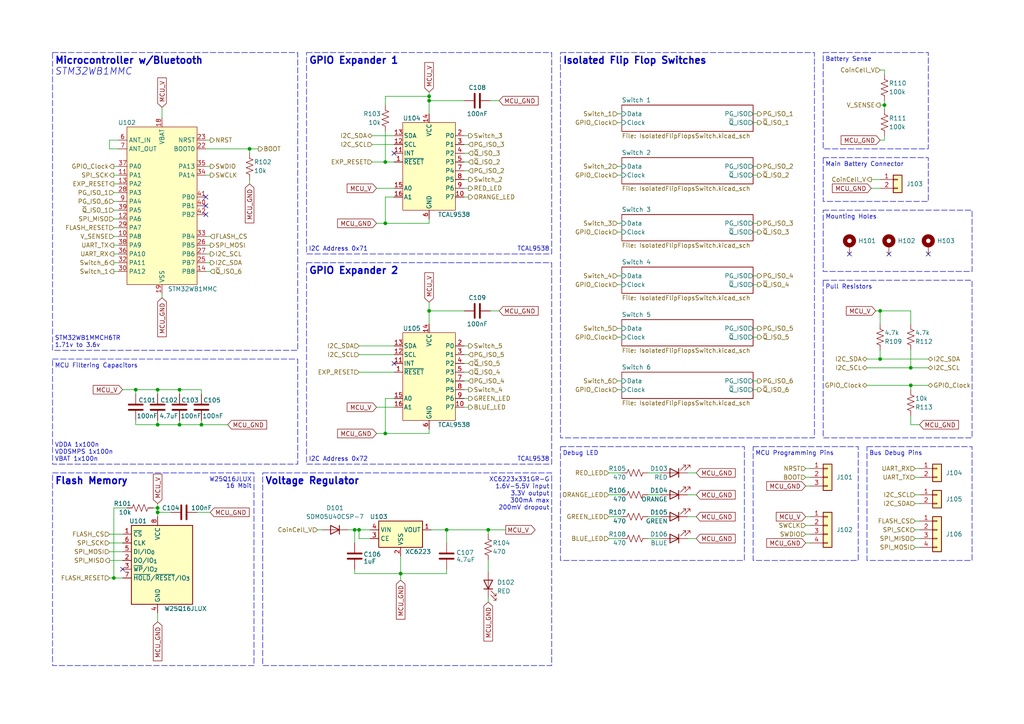
<source format=kicad_sch>
(kicad_sch (version 20250114) (generator "eeschema") (generator_version "9.0")
  (paper "A4")
  (title_block (title "BAGEL Switch MK1") (date "2025-12-02") (rev "A") (company "Illinois Space Society") (comment 3 "Thomas McManamen, Chethan Karandikar") (comment 4 "Contributors: Lucas Lessard, Pranav Bala, Peter Karlos, Charlie Plater, Kevin Zhao, "))
  (lib_symbols
    (symbol "Connector_Generic:Conn_01x02" (pin_names (offset 1.016) (hide yes))
      (property "Reference" "J" (at 0 2.54 0))
      (property "Value" "Conn_01x02" (at 0 -5.08 0))
      (symbol "Conn_01x02_1_1"
        (pin passive line (at -5.08 0 0) (length 3.81) (name "Pin_1") (number "1"))
        (pin passive line (at -5.08 -2.54 0) (length 3.81) (name "Pin_2") (number "2"))
      )
    )
    (symbol "Connector_Generic:Conn_01x03" (pin_names (offset 1.016) (hide yes))
      (property "Reference" "J" (at 0 5.08 0))
      (property "Value" "Conn_01x03" (at 0 -5.08 0))
      (symbol "Conn_01x03_1_1"
        (pin passive line (at -5.08 2.54 0) (length 3.81) (name "Pin_1") (number "1"))
        (pin passive line (at -5.08 0 0) (length 3.81) (name "Pin_2") (number "2"))
        (pin passive line (at -5.08 -2.54 0) (length 3.81) (name "Pin_3") (number "3"))
      )
    )
    (symbol "Connector_Generic:Conn_01x04" (pin_names (offset 1.016) (hide yes))
      (property "Reference" "J" (at 0 5.08 0))
      (property "Value" "Conn_01x04" (at 0 -7.62 0))
      (symbol "Conn_01x04_1_1"
        (pin passive line (at -5.08 2.54 0) (length 3.81) (name "Pin_1") (number "1"))
        (pin passive line (at -5.08 0 0) (length 3.81) (name "Pin_2") (number "2"))
        (pin passive line (at -5.08 -2.54 0) (length 3.81) (name "Pin_3") (number "3"))
        (pin passive line (at -5.08 -5.08 0) (length 3.81) (name "Pin_4") (number "4"))
      )
    )
    (symbol "Device:C" (pin_numbers (hide yes)) (pin_names (offset 0.254))
      (property "Reference" "C" (at 0.635 2.54 0))
      (property "Value" "C" (at 0.635 -2.54 0))
      (symbol "C_1_1"
        (pin passive line (at 0 3.81 270) (length 2.794) (name "~") (number "1"))
        (pin passive line (at 0 -3.81 90) (length 2.794) (name "~") (number "2"))
      )
    )
    (symbol "Device:LED" (pin_numbers (hide yes)) (pin_names (offset 1.016) (hide yes))
      (property "Reference" "D" (at 0 2.54 0))
      (property "Value" "LED" (at 0 -2.54 0))
      (symbol "LED_1_1"
        (pin passive line (at -3.81 0 0) (length 2.54) (name "K") (number "1"))
        (pin passive line (at 3.81 0 180) (length 2.54) (name "A") (number "2"))
      )
    )
    (symbol "Device:R_US" (pin_numbers (hide yes)) (pin_names (offset 0))
      (property "Reference" "R" (at 2.54 0 90))
      (property "Value" "R_US" (at -2.54 0 90))
      (symbol "R_US_1_1"
        (pin passive line (at 0 3.81 270) (length 1.27) (name "~") (number "1"))
        (pin passive line (at 0 -3.81 90) (length 1.27) (name "~") (number "2"))
      )
    )
    (symbol "Diode:1N4148WT" (pin_numbers (hide yes)) (pin_names (hide yes))
      (property "Reference" "D" (at 0 2.54 0))
      (property "Value" "1N4148WT" (at 0 -2.54 0))
      (symbol "1N4148WT_1_1"
        (pin passive line (at -3.81 0 0) (length 2.54) (name "K") (number "1"))
        (pin passive line (at 3.81 0 180) (length 2.54) (name "A") (number "2"))
      )
    )
    (symbol "Interface_Expander_Texas:TCAL9538" (pin_names (offset 0.254))
      (property "Reference" "U" (at -7.62 13.97 0))
      (property "Value" "TCAL9538" (at 7.62 -13.97 0))
      (symbol "TCAL9538_0_1"
        (pin bidirectional line (at -10.16 8.89 0) (length 2.54) (name "SDA") (number "13"))
        (pin input line (at -10.16 6.35 0) (length 2.54) (name "SCL") (number "12"))
        (pin output line (at -10.16 3.81 0) (length 2.54) (name "INT") (number "11"))
        (pin input line (at -10.16 -6.35 0) (length 2.54) (name "A0") (number "15"))
        (pin input line (at -10.16 -8.89 0) (length 2.54) (name "A1") (number "16"))
        (pin power_in line (at 0 15.24 270) (length 2.54) (name "VCC") (number "14"))
        (pin power_out line (at 0 -15.24 90) (length 2.54) (name "GND") (number "6"))
        (pin bidirectional line (at 10.16 6.35 180) (length 2.54) (name "P1") (number "3"))
        (pin bidirectional line (at 10.16 3.81 180) (length 2.54) (name "P2") (number "4"))
        (pin bidirectional line (at 10.16 1.27 180) (length 2.54) (name "P3") (number "5"))
        (pin bidirectional line (at 10.16 -1.27 180) (length 2.54) (name "P4") (number "7"))
        (pin bidirectional line (at 10.16 -3.81 180) (length 2.54) (name "P5") (number "8"))
        (pin bidirectional line (at 10.16 -6.35 180) (length 2.54) (name "P6") (number "9"))
        (pin bidirectional line (at 10.16 -8.89 180) (length 2.54) (name "P7") (number "10"))
      )
      (symbol "TCAL9538_1_1"
        (pin input line (at -10.16 1.27 0) (length 2.54) (name "~{RESET}") (number "1"))
        (pin bidirectional line (at 10.16 8.89 180) (length 2.54) (name "P0") (number "2"))
      )
    )
    (symbol "MCU_STM32:STM32WB1MMC"
      (property "Reference" "U" (at -10.16 24.13 0))
      (property "Value" "STM32WB1MMC" (at 8.89 -24.13 0))
      (symbol "STM32WB1MMC_0_1"
        (pin output line (at -12.7 16.51 0) (length 2.54) (name "ANT_OUT") (number "7"))
        (pin bidirectional line (at -12.7 11.43 0) (length 2.54) (name "PA0") (number "37"))
        (pin bidirectional line (at -12.7 8.89 0) (length 2.54) (name "PA1") (number "11"))
        (pin bidirectional line (at -12.7 6.35 0) (length 2.54) (name "PA2") (number "13"))
        (pin bidirectional line (at -12.7 3.81 0) (length 2.54) (name "PA3") (number "28"))
        (pin bidirectional line (at -12.7 1.27 0) (length 2.54) (name "PA4") (number "9"))
        (pin bidirectional line (at -12.7 -1.27 0) (length 2.54) (name "PA5") (number "39"))
        (pin bidirectional line (at -12.7 -3.81 0) (length 2.54) (name "PA6") (number "12"))
        (pin bidirectional line (at -12.7 -6.35 0) (length 2.54) (name "PA7") (number "29"))
        (pin bidirectional line (at -12.7 -8.89 0) (length 2.54) (name "PA8") (number "10"))
        (pin bidirectional line (at -12.7 -11.43 0) (length 2.54) (name "PA9") (number "38"))
        (pin bidirectional line (at -12.7 -13.97 0) (length 2.54) (name "PA10") (number "36"))
        (pin bidirectional line (at -12.7 -16.51 0) (length 2.54) (name "PA11") (number "32"))
        (pin bidirectional line (at -12.7 -19.05 0) (length 2.54) (name "PA12") (number "30"))
        (pin passive line (at 0 25.4 270) (length 2.54) (hide yes) (name "VDDA") (number "16"))
        (pin power_in line (at 0 25.4 270) (length 2.54) (name "VBAT") (number "18"))
        (pin passive line (at 0 25.4 270) (length 2.54) (hide yes) (name "VDDSMPS") (number "20"))
        (pin passive line (at 0 -25.4 90) (length 2.54) (hide yes) (name "VSS") (number "1"))
        (pin passive line (at 0 -25.4 90) (length 2.54) (hide yes) (name "VSS") (number "15"))
        (pin passive line (at 0 -25.4 90) (length 2.54) (hide yes) (name "VSS") (number "17"))
        (pin power_in line (at 0 -25.4 90) (length 2.54) (name "VSS") (number "19"))
        (pin passive line (at 0 -25.4 90) (length 2.54) (hide yes) (name "VSS") (number "2"))
        (pin passive line (at 0 -25.4 90) (length 2.54) (hide yes) (name "VSSSMPS") (number "21"))
        (pin passive line (at 0 -25.4 90) (length 2.54) (hide yes) (name "VSS") (number "24"))
        (pin passive line (at 0 -25.4 90) (length 2.54) (hide yes) (name "VSS") (number "3"))
        (pin passive line (at 0 -25.4 90) (length 2.54) (hide yes) (name "VSS") (number "31"))
        (pin passive line (at 0 -25.4 90) (length 2.54) (hide yes) (name "VSS") (number "4"))
        (pin passive line (at 0 -25.4 90) (length 2.54) (hide yes) (name "VSS") (number "43"))
        (pin passive line (at 0 -25.4 90) (length 2.54) (hide yes) (name "VSS") (number "44"))
        (pin passive line (at 0 -25.4 90) (length 2.54) (hide yes) (name "VSS") (number "45"))
        (pin passive line (at 0 -25.4 90) (length 2.54) (hide yes) (name "VSS") (number "46"))
        (pin passive line (at 0 -25.4 90) (length 2.54) (hide yes) (name "VSS") (number "47"))
        (pin passive line (at 0 -25.4 90) (length 2.54) (hide yes) (name "VSS") (number "48"))
        (pin passive line (at 0 -25.4 90) (length 2.54) (hide yes) (name "VSS") (number "49"))
        (pin passive line (at 0 -25.4 90) (length 2.54) (hide yes) (name "VSSRF") (number "5"))
        (pin passive line (at 0 -25.4 90) (length 2.54) (hide yes) (name "VSS") (number "50"))
        (pin passive line (at 0 -25.4 90) (length 2.54) (hide yes) (name "VSS") (number "51"))
        (pin passive line (at 0 -25.4 90) (length 2.54) (hide yes) (name "VSS") (number "52"))
        (pin passive line (at 0 -25.4 90) (length 2.54) (hide yes) (name "VSS") (number "53"))
        (pin passive line (at 0 -25.4 90) (length 2.54) (hide yes) (name "VSS") (number "54"))
        (pin passive line (at 0 -25.4 90) (length 2.54) (hide yes) (name "VSS") (number "55"))
        (pin passive line (at 0 -25.4 90) (length 2.54) (hide yes) (name "VSS") (number "56"))
        (pin passive line (at 0 -25.4 90) (length 2.54) (hide yes) (name "VSS") (number "57"))
        (pin passive line (at 0 -25.4 90) (length 2.54) (hide yes) (name "VSS") (number "58"))
        (pin passive line (at 0 -25.4 90) (length 2.54) (hide yes) (name "VSS") (number "59"))
        (pin passive line (at 0 -25.4 90) (length 2.54) (hide yes) (name "VSS") (number "60"))
        (pin passive line (at 0 -25.4 90) (length 2.54) (hide yes) (name "VSS") (number "61"))
        (pin passive line (at 0 -25.4 90) (length 2.54) (hide yes) (name "VSS") (number "62"))
        (pin passive line (at 0 -25.4 90) (length 2.54) (hide yes) (name "VSS") (number "63"))
        (pin passive line (at 0 -25.4 90) (length 2.54) (hide yes) (name "VSS") (number "64"))
        (pin passive line (at 0 -25.4 90) (length 2.54) (hide yes) (name "VSS") (number "65"))
        (pin passive line (at 0 -25.4 90) (length 2.54) (hide yes) (name "VSS") (number "66"))
        (pin passive line (at 0 -25.4 90) (length 2.54) (hide yes) (name "VSS") (number "67"))
        (pin passive line (at 0 -25.4 90) (length 2.54) (hide yes) (name "VSS") (number "68"))
        (pin passive line (at 0 -25.4 90) (length 2.54) (hide yes) (name "VSS") (number "69"))
        (pin passive line (at 0 -25.4 90) (length 2.54) (hide yes) (name "VSS") (number "70"))
        (pin passive line (at 0 -25.4 90) (length 2.54) (hide yes) (name "VSS") (number "71"))
        (pin passive line (at 0 -25.4 90) (length 2.54) (hide yes) (name "VSS") (number "72"))
        (pin passive line (at 0 -25.4 90) (length 2.54) (hide yes) (name "VSS") (number "73"))
        (pin passive line (at 0 -25.4 90) (length 2.54) (hide yes) (name "VSS") (number "74"))
        (pin passive line (at 0 -25.4 90) (length 2.54) (hide yes) (name "VSS") (number "75"))
        (pin passive line (at 0 -25.4 90) (length 2.54) (hide yes) (name "VSS") (number "76"))
        (pin passive line (at 0 -25.4 90) (length 2.54) (hide yes) (name "VSS") (number "77"))
        (pin passive line (at 0 -25.4 90) (length 2.54) (hide yes) (name "VSSRF") (number "8"))
        (pin bidirectional line (at 12.7 19.05 180) (length 2.54) (name "NRST") (number "23"))
        (pin input line (at 12.7 16.51 180) (length 2.54) (name "BOOT0") (number "22"))
        (pin bidirectional line (at 12.7 11.43 180) (length 2.54) (name "PA13") (number "35"))
        (pin bidirectional line (at 12.7 8.89 180) (length 2.54) (name "PA14") (number "34"))
        (pin bidirectional line (at 12.7 2.54 180) (length 2.54) (name "PB0") (number "41"))
        (pin bidirectional line (at 12.7 0 180) (length 2.54) (name "PB1") (number "40"))
        (pin bidirectional line (at 12.7 -2.54 180) (length 2.54) (name "PB2") (number "42"))
        (pin bidirectional line (at 12.7 -8.89 180) (length 2.54) (name "PB4") (number "33"))
        (pin bidirectional line (at 12.7 -11.43 180) (length 2.54) (name "PB5") (number "26"))
        (pin bidirectional line (at 12.7 -13.97 180) (length 2.54) (name "PB6") (number "27"))
        (pin bidirectional line (at 12.7 -16.51 180) (length 2.54) (name "PB7") (number "25"))
        (pin bidirectional line (at 12.7 -19.05 180) (length 2.54) (name "PB8") (number "14"))
      )
      (symbol "STM32WB1MMC_1_1"
        (pin input line (at -12.7 19.05 0) (length 2.54) (name "ANT_IN") (number "6"))
      )
    )
    (symbol "Mechanical:MountingHole_Pad" (pin_numbers (hide yes)) (pin_names (offset 1.016) (hide yes)) (in_bom no)
      (property "Reference" "H" (at 0 6.35 0))
      (property "Value" "MountingHole_Pad" (at 0 4.445 0))
      (symbol "MountingHole_Pad_1_1"
        (pin input line (at 0 -2.54 90) (length 2.54) (name "1") (number "1"))
      )
    )
    (symbol "Memory_Flash:W25Q16JVSS"
      (property "Reference" "U101" (at -8.255 11.43 0))
      (property "Value" "W25Q16JLUX" (at 1.905 -13.97 0))
      (symbol "W25Q16JVSS_1_1"
        (pin input line (at -10.16 7.62 0) (length 2.54) (name "~{CS}") (number "1"))
        (pin input line (at -10.16 5.08 0) (length 2.54) (name "CLK") (number "6"))
        (pin bidirectional line (at -10.16 2.54 0) (length 2.54) (name "DI/IO_{0}") (number "5"))
        (pin bidirectional line (at -10.16 0 0) (length 2.54) (name "DO/IO_{1}") (number "2"))
        (pin bidirectional line (at -10.16 -2.54 0) (length 2.54) (name "~{WP}/IO_{2}") (number "3"))
        (pin bidirectional line (at -10.16 -5.08 0) (length 2.54) (name "~{HOLD}/~{RESET}/IO_{3}") (number "7"))
        (pin power_in line (at 0 12.7 270) (length 2.54) (name "VCC") (number "8"))
        (pin power_in line (at 0 -15.24 90) (length 2.54) (name "GND") (number "4"))
        (pin passive line (at 0 -15.24 90) (length 2.54) (hide yes) (name "EP") (number "9"))
      )
    )
    (symbol "Regulator_Torex:XC6223"
      (property "Reference" "U" (at -5.08 3.81 0))
      (property "Value" "XC6223" (at 6.35 -6.35 0))
      (symbol "XC6223_1_1"
        (pin passive line (at -7.62 0 0) (length 2.54) (name "VIN") (number "4"))
        (pin passive line (at -7.62 -2.54 0) (length 2.54) (name "CE") (number "3"))
        (pin passive line (at 1.27 -7.62 90) (length 2.54) (name "VSS") (number "2"))
        (pin passive line (at 1.27 -7.62 90) (length 2.54) (hide yes) (name "EP") (number "5"))
        (pin passive line (at 10.16 0 180) (length 2.54) (name "VOUT") (number "1"))
      )
    )
  )
  (rectangle (start 238.76 45.72) (end 269.24 58.42) (stroke (width 0) (type dash)))
  (rectangle (start 15.24 15.24) (end 86.36 101.6) (stroke (width 0) (type dash)))
  (rectangle (start 15.24 137.16) (end 73.66 193.04) (stroke (width 0) (type dash)))
  (rectangle (start 238.76 15.24) (end 269.24 43.18) (stroke (width 0) (type dash)))
  (rectangle (start 238.76 60.96) (end 281.94 78.74) (stroke (width 0) (type dash)))
  (rectangle (start 162.56 15.24) (end 236.22 127) (stroke (width 0) (type dash)))
  (rectangle (start 218.44 129.54) (end 248.92 162.56) (stroke (width 0) (type dash)))
  (rectangle (start 238.76 81.28) (end 281.94 127) (stroke (width 0) (type dash)))
  (rectangle (start 15.24 104.14) (end 86.36 134.62) (stroke (width 0) (type dash)))
  (rectangle (start 88.9 15.24) (end 160.02 73.66) (stroke (width 0) (type dash)))
  (rectangle (start 162.56 129.54) (end 215.9 162.56) (stroke (width 0) (type dash)))
  (rectangle (start 76.2 137.16) (end 160.02 193.04) (stroke (width 0) (type dash)))
  (rectangle (start 88.9 76.2) (end 160.02 134.62) (stroke (width 0) (type dash)))
  (rectangle (start 251.46 129.54) (end 281.94 162.56) (stroke (width 0) (type dash)))
  (text "Main Battery Connector" (at 239.395 46.99 0) (effects (font (size 1.27 1.27)) (justify left top)))
  (text "Microcontroller w/Bluetooth" (at 15.875 16.51 0) (effects (font (size 2 2) (thickness 0.4) (bold yes)) (justify left top)))
  (text "TCAL9538" (at 159.385 73.025 0) (effects (font (size 1.27 1.27)) (justify right bottom)))
  (text "Bus Debug Pins" (at 252.095 130.81 0) (effects (font (size 1.27 1.27)) (justify left top)))
  (text "XC6223x331GR-G\n1.6V-5.5V input\n3.3V output\n300mA max\n200mV dropout" (at 159.385 138.43 0) (effects (font (size 1.27 1.27)) (justify right top)))
  (text "MCU Filtering Capacitors" (at 15.875 105.41 0) (effects (font (size 1.27 1.27)) (justify left top)))
  (text "W25Q16JLUX" (at 73.025 138.43 0) (effects (font (size 1.27 1.27)) (justify right top)))
  (text "Pull Resistors" (at 239.395 82.55 0) (effects (font (size 1.27 1.27)) (justify left top)))
  (text "GPIO Expander 2" (at 89.535 77.47 0) (effects (font (size 2 2) (thickness 0.4) (bold yes)) (justify left top)))
  (text "Flash Memory" (at 15.875 138.43 0) (effects (font (size 2 2) (thickness 0.4) (bold yes)) (justify left top)))
  (text "I2C Address 0x71\n" (at 89.535 73.025 0) (effects (font (size 1.27 1.27) (thickness 0.1588)) (justify left bottom)))
  (text "Debug LED" (at 163.195 130.81 0) (effects (font (size 1.27 1.27)) (justify left top)))
  (text "Isolated Flip Flop Switches" (at 163.195 16.51 0) (effects (font (size 2 2) (thickness 0.4) (bold yes)) (justify left top)))
  (text "GPIO Expander 1" (at 89.535 16.51 0) (effects (font (size 2 2) (thickness 0.4) (bold yes)) (justify left top)))
  (text "TCAL9538" (at 159.385 133.985 0) (effects (font (size 1.27 1.27)) (justify right bottom)))
  (text "Voltage Regulator" (at 76.835 138.43 0) (effects (font (size 2 2) (thickness 0.4) (bold yes)) (justify left top)))
  (text "I2C Address 0x72\n" (at 89.535 133.985 0) (effects (font (size 1.27 1.27) (thickness 0.1588)) (justify left bottom)))
  (text "Mounting Holes" (at 239.395 62.23 0) (effects (font (size 1.27 1.27)) (justify left top)))
  (text "MCU Programming Pins" (at 219.075 130.81 0) (effects (font (size 1.27 1.27)) (justify left top)))
  (text "Battery Sense" (at 239.395 16.51 0) (effects (font (size 1.27 1.27)) (justify left top)))
  (text "STM32WB1MMCH6TR\n1.71v to 3.6v" (at 15.875 100.965 0) (effects (font (size 1.27 1.27)) (justify left bottom)))
  (text "STM32WB1MMC" (at 15.875 19.685 0) (effects (font (size 2 2) (italic yes)) (justify left top)))
  (text "VDDA 1x100n\nVDDSMPS 1x100n\nVBAT 1x100n" (at 15.875 133.985 0) (effects (font (size 1.27 1.27)) (justify left bottom)))
  (text "16 Mbit\n" (at 73.025 140.335 0) (effects (font (size 1.27 1.27)) (justify right top)))
  (junction (at 111.76 64.77))
  (junction (at 104.14 153.67))
  (junction (at 45.72 113.03))
  (junction (at 124.46 29.21))
  (junction (at 129.54 153.67))
  (junction (at 102.87 153.67))
  (junction (at 58.42 123.19))
  (junction (at 141.605 153.67))
  (junction (at 45.72 148.59))
  (junction (at 45.72 123.19))
  (junction (at 45.72 147.32))
  (junction (at 52.07 113.03))
  (junction (at 116.205 166.37))
  (junction (at 256.54 30.48))
  (junction (at 52.07 123.19))
  (junction (at 39.37 113.03))
  (junction (at 72.39 43.18))
  (junction (at 264.16 106.68))
  (junction (at 124.46 90.17))
  (junction (at 255.27 90.17))
  (junction (at 264.16 111.76))
  (junction (at 111.76 125.73))
  (junction (at 111.76 46.99))
  (junction (at 33.02 167.64))
  (junction (at 124.46 27.94))
  (junction (at 255.27 104.14))
  (no_connect (at 114.3 105.41))
  (no_connect (at 59.69 57.15))
  (no_connect (at 246.38 73.66))
  (no_connect (at 114.3 44.45))
  (no_connect (at 257.81 73.66))
  (no_connect (at 35.56 165.1))
  (no_connect (at 269.24 73.66))
  (no_connect (at 59.69 59.69))
  (no_connect (at 59.69 62.23))
  (wire (pts (xy 33.02 71.12) (xy 34.29 71.12)))
  (wire (pts (xy 199.39 143.51) (xy 201.93 143.51)))
  (wire (pts (xy 251.46 104.14) (xy 255.27 104.14)))
  (wire (pts (xy 31.75 160.02) (xy 35.56 160.02)))
  (wire (pts (xy 60.96 76.2) (xy 59.69 76.2)))
  (wire (pts (xy 141.605 153.67) (xy 146.685 153.67)))
  (wire (pts (xy 31.75 162.56) (xy 35.56 162.56)))
  (wire (pts (xy 33.02 55.88) (xy 34.29 55.88)))
  (wire (pts (xy 102.87 153.67) (xy 104.14 153.67)))
  (wire (pts (xy 176.53 137.16) (xy 180.34 137.16)))
  (wire (pts (xy 33.02 53.34) (xy 34.29 53.34)))
  (wire (pts (xy 265.43 138.43) (xy 266.7 138.43)))
  (wire (pts (xy 31.75 157.48) (xy 35.56 157.48)))
  (wire (pts (xy 58.42 113.03) (xy 58.42 114.3)))
  (wire (pts (xy 60.96 71.12) (xy 59.69 71.12)))
  (wire (pts (xy 254 90.17) (xy 255.27 90.17)))
  (wire (pts (xy 233.68 154.94) (xy 234.95 154.94)))
  (wire (pts (xy 219.71 33.02) (xy 218.44 33.02)))
  (wire (pts (xy 124.46 26.67) (xy 124.46 27.94)))
  (wire (pts (xy 179.07 113.03) (xy 180.34 113.03)))
  (wire (pts (xy 179.07 67.31) (xy 180.34 67.31)))
  (wire (pts (xy 31.75 40.64) (xy 31.75 43.18)))
  (wire (pts (xy 124.46 90.17) (xy 134.62 90.17)))
  (wire (pts (xy 233.68 149.86) (xy 234.95 149.86)))
  (wire (pts (xy 33.02 63.5) (xy 34.29 63.5)))
  (wire (pts (xy 44.45 147.32) (xy 45.72 147.32)))
  (wire (pts (xy 135.89 105.41) (xy 134.62 105.41)))
  (wire (pts (xy 255.27 93.98) (xy 255.27 90.17)))
  (wire (pts (xy 33.02 50.8) (xy 34.29 50.8)))
  (wire (pts (xy 179.07 80.01) (xy 180.34 80.01)))
  (wire (pts (xy 135.89 100.33) (xy 134.62 100.33)))
  (wire (pts (xy 219.71 35.56) (xy 218.44 35.56)))
  (wire (pts (xy 256.54 29.21) (xy 256.54 30.48)))
  (wire (pts (xy 39.37 113.03) (xy 45.72 113.03)))
  (wire (pts (xy 135.89 107.95) (xy 134.62 107.95)))
  (wire (pts (xy 60.96 73.66) (xy 59.69 73.66)))
  (wire (pts (xy 45.72 113.03) (xy 52.07 113.03)))
  (wire (pts (xy 219.71 113.03) (xy 218.44 113.03)))
  (wire (pts (xy 265.43 146.05) (xy 266.7 146.05)))
  (wire (pts (xy 111.76 57.15) (xy 114.3 57.15)))
  (wire (pts (xy 251.46 106.68) (xy 264.16 106.68)))
  (wire (pts (xy 251.46 111.76) (xy 264.16 111.76)))
  (wire (pts (xy 233.68 152.4) (xy 234.95 152.4)))
  (wire (pts (xy 176.53 143.51) (xy 180.34 143.51)))
  (wire (pts (xy 219.71 82.55) (xy 218.44 82.55)))
  (wire (pts (xy 266.7 123.19) (xy 264.16 123.19)))
  (wire (pts (xy 33.02 66.04) (xy 34.29 66.04)))
  (wire (pts (xy 46.99 31.115) (xy 46.99 34.29)))
  (wire (pts (xy 256.54 20.32) (xy 256.54 21.59)))
  (wire (pts (xy 264.16 123.19) (xy 264.16 120.65)))
  (wire (pts (xy 199.39 156.21) (xy 201.93 156.21)))
  (wire (pts (xy 265.43 158.75) (xy 266.7 158.75)))
  (wire (pts (xy 124.46 90.17) (xy 124.46 93.98)))
  (wire (pts (xy 179.07 48.26) (xy 180.34 48.26)))
  (wire (pts (xy 256.54 40.64) (xy 256.54 39.37)))
  (wire (pts (xy 134.62 57.15) (xy 135.89 57.15)))
  (wire (pts (xy 104.14 156.21) (xy 107.315 156.21)))
  (wire (pts (xy 264.16 111.76) (xy 264.16 113.03)))
  (wire (pts (xy 72.39 43.18) (xy 72.39 44.45)))
  (wire (pts (xy 59.69 43.18) (xy 72.39 43.18)))
  (wire (pts (xy 252.73 54.61) (xy 255.27 54.61)))
  (wire (pts (xy 111.76 38.1) (xy 111.76 46.99)))
  (wire (pts (xy 111.76 115.57) (xy 111.76 125.73)))
  (wire (pts (xy 31.75 43.18) (xy 34.29 43.18)))
  (wire (pts (xy 252.73 52.07) (xy 255.27 52.07)))
  (wire (pts (xy 33.02 60.96) (xy 34.29 60.96)))
  (wire (pts (xy 233.68 157.48) (xy 234.95 157.48)))
  (wire (pts (xy 107.95 39.37) (xy 114.3 39.37)))
  (wire (pts (xy 134.62 118.11) (xy 135.89 118.11)))
  (wire (pts (xy 45.72 123.19) (xy 45.72 121.92)))
  (wire (pts (xy 34.29 40.64) (xy 31.75 40.64)))
  (wire (pts (xy 109.22 54.61) (xy 114.3 54.61)))
  (wire (pts (xy 33.02 167.64) (xy 35.56 167.64)))
  (wire (pts (xy 255.27 101.6) (xy 255.27 104.14)))
  (wire (pts (xy 256.54 30.48) (xy 256.54 31.75)))
  (wire (pts (xy 104.14 153.67) (xy 107.315 153.67)))
  (wire (pts (xy 39.37 123.19) (xy 45.72 123.19)))
  (wire (pts (xy 111.76 125.73) (xy 124.46 125.73)))
  (wire (pts (xy 111.76 27.94) (xy 124.46 27.94)))
  (wire (pts (xy 135.89 44.45) (xy 134.62 44.45)))
  (wire (pts (xy 142.24 90.17) (xy 144.78 90.17)))
  (wire (pts (xy 219.71 110.49) (xy 218.44 110.49)))
  (wire (pts (xy 111.76 46.99) (xy 114.3 46.99)))
  (wire (pts (xy 187.96 143.51) (xy 191.77 143.51)))
  (wire (pts (xy 219.71 67.31) (xy 218.44 67.31)))
  (wire (pts (xy 35.56 113.03) (xy 39.37 113.03)))
  (wire (pts (xy 129.54 153.67) (xy 129.54 157.48)))
  (wire (pts (xy 45.72 147.32) (xy 45.72 148.59)))
  (wire (pts (xy 134.62 113.03) (xy 135.89 113.03)))
  (wire (pts (xy 31.75 167.64) (xy 33.02 167.64)))
  (wire (pts (xy 111.76 57.15) (xy 111.76 64.77)))
  (wire (pts (xy 265.43 156.21) (xy 266.7 156.21)))
  (wire (pts (xy 111.76 64.77) (xy 124.46 64.77)))
  (wire (pts (xy 134.62 115.57) (xy 135.89 115.57)))
  (wire (pts (xy 45.72 148.59) (xy 49.53 148.59)))
  (wire (pts (xy 109.22 118.11) (xy 114.3 118.11)))
  (wire (pts (xy 129.54 166.37) (xy 116.205 166.37)))
  (wire (pts (xy 125.095 153.67) (xy 129.54 153.67)))
  (wire (pts (xy 111.76 30.48) (xy 111.76 27.94)))
  (wire (pts (xy 129.54 153.67) (xy 141.605 153.67)))
  (wire (pts (xy 104.14 153.67) (xy 104.14 156.21)))
  (wire (pts (xy 135.89 41.91) (xy 134.62 41.91)))
  (wire (pts (xy 264.16 90.17) (xy 264.16 93.98)))
  (wire (pts (xy 72.39 52.07) (xy 72.39 53.34)))
  (wire (pts (xy 60.96 40.64) (xy 59.69 40.64)))
  (wire (pts (xy 60.96 68.58) (xy 59.69 68.58)))
  (wire (pts (xy 92.075 153.67) (xy 93.345 153.67)))
  (wire (pts (xy 33.02 48.26) (xy 34.29 48.26)))
  (wire (pts (xy 179.07 64.77) (xy 180.34 64.77)))
  (wire (pts (xy 45.72 177.8) (xy 45.72 180.34)))
  (wire (pts (xy 233.68 138.43) (xy 234.95 138.43)))
  (wire (pts (xy 109.22 64.77) (xy 111.76 64.77)))
  (wire (pts (xy 135.89 54.61) (xy 134.62 54.61)))
  (wire (pts (xy 219.71 64.77) (xy 218.44 64.77)))
  (wire (pts (xy 60.96 50.8) (xy 59.69 50.8)))
  (wire (pts (xy 233.68 135.89) (xy 234.95 135.89)))
  (wire (pts (xy 109.22 125.73) (xy 111.76 125.73)))
  (wire (pts (xy 141.605 153.67) (xy 141.605 154.94)))
  (wire (pts (xy 124.46 125.73) (xy 124.46 124.46)))
  (wire (pts (xy 31.75 154.94) (xy 35.56 154.94)))
  (wire (pts (xy 33.02 147.32) (xy 33.02 167.64)))
  (wire (pts (xy 52.07 123.19) (xy 52.07 121.92)))
  (wire (pts (xy 141.605 173.355) (xy 141.605 174.625)))
  (wire (pts (xy 219.71 97.79) (xy 218.44 97.79)))
  (wire (pts (xy 255.27 30.48) (xy 256.54 30.48)))
  (wire (pts (xy 102.87 166.37) (xy 116.205 166.37)))
  (wire (pts (xy 74.93 43.18) (xy 72.39 43.18)))
  (wire (pts (xy 46.99 86.36) (xy 46.99 85.09)))
  (wire (pts (xy 107.95 46.99) (xy 111.76 46.99)))
  (wire (pts (xy 33.02 68.58) (xy 34.29 68.58)))
  (wire (pts (xy 60.96 48.26) (xy 59.69 48.26)))
  (wire (pts (xy 187.96 137.16) (xy 191.77 137.16)))
  (wire (pts (xy 264.16 111.76) (xy 269.24 111.76)))
  (wire (pts (xy 219.71 48.26) (xy 218.44 48.26)))
  (wire (pts (xy 265.43 151.13) (xy 266.7 151.13)))
  (wire (pts (xy 114.3 115.57) (xy 111.76 115.57)))
  (wire (pts (xy 116.205 166.37) (xy 116.205 168.275)))
  (wire (pts (xy 264.16 101.6) (xy 264.16 106.68)))
  (wire (pts (xy 179.07 95.25) (xy 180.34 95.25)))
  (wire (pts (xy 104.14 102.87) (xy 114.3 102.87)))
  (wire (pts (xy 199.39 137.16) (xy 201.93 137.16)))
  (wire (pts (xy 33.02 73.66) (xy 34.29 73.66)))
  (wire (pts (xy 57.15 148.59) (xy 60.96 148.59)))
  (wire (pts (xy 58.42 123.19) (xy 66.04 123.19)))
  (wire (pts (xy 33.02 58.42) (xy 34.29 58.42)))
  (wire (pts (xy 134.62 52.07) (xy 135.89 52.07)))
  (wire (pts (xy 176.53 156.21) (xy 180.34 156.21)))
  (wire (pts (xy 129.54 165.1) (xy 129.54 166.37)))
  (wire (pts (xy 199.39 149.86) (xy 201.93 149.86)))
  (wire (pts (xy 107.95 41.91) (xy 114.3 41.91)))
  (wire (pts (xy 45.72 123.19) (xy 52.07 123.19)))
  (wire (pts (xy 52.07 123.19) (xy 58.42 123.19)))
  (wire (pts (xy 52.07 113.03) (xy 52.07 114.3)))
  (wire (pts (xy 134.62 49.53) (xy 135.89 49.53)))
  (wire (pts (xy 124.46 64.77) (xy 124.46 63.5)))
  (wire (pts (xy 104.14 107.95) (xy 114.3 107.95)))
  (wire (pts (xy 142.24 29.21) (xy 144.78 29.21)))
  (wire (pts (xy 135.89 39.37) (xy 134.62 39.37)))
  (wire (pts (xy 255.27 20.32) (xy 256.54 20.32)))
  (wire (pts (xy 39.37 113.03) (xy 39.37 114.3)))
  (wire (pts (xy 39.37 123.19) (xy 39.37 121.92)))
  (wire (pts (xy 100.965 153.67) (xy 102.87 153.67)))
  (wire (pts (xy 264.16 106.68) (xy 269.24 106.68)))
  (wire (pts (xy 135.89 102.87) (xy 134.62 102.87)))
  (wire (pts (xy 102.87 165.1) (xy 102.87 166.37)))
  (wire (pts (xy 45.72 113.03) (xy 45.72 114.3)))
  (wire (pts (xy 104.14 100.33) (xy 114.3 100.33)))
  (wire (pts (xy 255.27 90.17) (xy 264.16 90.17)))
  (wire (pts (xy 52.07 113.03) (xy 58.42 113.03)))
  (wire (pts (xy 179.07 110.49) (xy 180.34 110.49)))
  (wire (pts (xy 255.27 104.14) (xy 269.24 104.14)))
  (wire (pts (xy 124.46 29.21) (xy 134.62 29.21)))
  (wire (pts (xy 219.71 95.25) (xy 218.44 95.25)))
  (wire (pts (xy 179.07 97.79) (xy 180.34 97.79)))
  (wire (pts (xy 141.605 162.56) (xy 141.605 165.735)))
  (wire (pts (xy 33.02 76.2) (xy 34.29 76.2)))
  (wire (pts (xy 265.43 153.67) (xy 266.7 153.67)))
  (wire (pts (xy 179.07 82.55) (xy 180.34 82.55)))
  (wire (pts (xy 45.72 146.05) (xy 45.72 147.32)))
  (wire (pts (xy 33.02 78.74) (xy 34.29 78.74)))
  (wire (pts (xy 255.27 40.64) (xy 256.54 40.64)))
  (wire (pts (xy 45.72 148.59) (xy 45.72 149.86)))
  (wire (pts (xy 124.46 87.63) (xy 124.46 90.17)))
  (wire (pts (xy 179.07 33.02) (xy 180.34 33.02)))
  (wire (pts (xy 187.96 156.21) (xy 191.77 156.21)))
  (wire (pts (xy 124.46 27.94) (xy 124.46 29.21)))
  (wire (pts (xy 179.07 50.8) (xy 180.34 50.8)))
  (wire (pts (xy 265.43 143.51) (xy 266.7 143.51)))
  (wire (pts (xy 219.71 80.01) (xy 218.44 80.01)))
  (wire (pts (xy 134.62 110.49) (xy 135.89 110.49)))
  (wire (pts (xy 36.83 147.32) (xy 33.02 147.32)))
  (wire (pts (xy 59.69 78.74) (xy 60.96 78.74)))
  (wire (pts (xy 116.205 161.29) (xy 116.205 166.37)))
  (wire (pts (xy 58.42 123.19) (xy 58.42 121.92)))
  (wire (pts (xy 135.89 46.99) (xy 134.62 46.99)))
  (wire (pts (xy 124.46 29.21) (xy 124.46 33.02)))
  (wire (pts (xy 176.53 149.86) (xy 180.34 149.86)))
  (wire (pts (xy 265.43 135.89) (xy 266.7 135.89)))
  (wire (pts (xy 179.07 35.56) (xy 180.34 35.56)))
  (wire (pts (xy 233.68 140.97) (xy 234.95 140.97)))
  (wire (pts (xy 219.71 50.8) (xy 218.44 50.8)))
  (wire (pts (xy 102.87 157.48) (xy 102.87 153.67)))
  (wire (pts (xy 187.96 149.86) (xy 191.77 149.86)))
  (global_label "MCU_GND" (shape input) (at 233.68 140.97 180) (property "Intersheetrefs" "${INTERSHEET_REFS}" (effects (hide yes))))
  (global_label "MCU_V" (shape input) (at 46.99 31.115 90) (property "Intersheetrefs" "${INTERSHEET_REFS}" (effects (hide yes))))
  (global_label "MCU_GND" (shape input) (at 255.27 40.64 180) (property "Intersheetrefs" "${INTERSHEET_REFS}" (effects (hide yes))))
  (global_label "MCU_GND" (shape input) (at 201.93 149.86 0) (property "Intersheetrefs" "${INTERSHEET_REFS}" (effects (hide yes))))
  (global_label "MCU_V" (shape input) (at 109.22 54.61 180) (property "Intersheetrefs" "${INTERSHEET_REFS}" (effects (hide yes))))
  (global_label "MCU_GND" (shape input) (at 60.96 148.59 0) (property "Intersheetrefs" "${INTERSHEET_REFS}" (effects (hide yes))))
  (global_label "MCU_GND" (shape input) (at 266.7 123.19 0) (property "Intersheetrefs" "${INTERSHEET_REFS}" (effects (hide yes))))
  (global_label "MCU_GND" (shape input) (at 201.93 137.16 0) (property "Intersheetrefs" "${INTERSHEET_REFS}" (effects (hide yes))))
  (global_label "MCU_V" (shape input) (at 45.72 146.05 90) (property "Intersheetrefs" "${INTERSHEET_REFS}" (effects (hide yes))))
  (global_label "MCU_GND" (shape input) (at 141.605 174.625 270) (property "Intersheetrefs" "${INTERSHEET_REFS}" (effects (hide yes))))
  (global_label "MCU_GND" (shape input) (at 109.22 64.77 180) (property "Intersheetrefs" "${INTERSHEET_REFS}" (effects (hide yes))))
  (global_label "MCU_GND" (shape input) (at 45.72 180.34 270) (property "Intersheetrefs" "${INTERSHEET_REFS}" (effects (hide yes))))
  (global_label "MCU_GND" (shape input) (at 109.22 125.73 180) (property "Intersheetrefs" "${INTERSHEET_REFS}" (effects (hide yes))))
  (global_label "MCU_V" (shape input) (at 254 90.17 180) (property "Intersheetrefs" "${INTERSHEET_REFS}" (effects (hide yes))))
  (global_label "MCU_GND" (shape input) (at 201.93 143.51 0) (property "Intersheetrefs" "${INTERSHEET_REFS}" (effects (hide yes))))
  (global_label "MCU_GND" (shape input) (at 66.04 123.19 0) (property "Intersheetrefs" "${INTERSHEET_REFS}" (effects (hide yes))))
  (global_label "MCU_V" (shape input) (at 124.46 26.67 90) (property "Intersheetrefs" "${INTERSHEET_REFS}" (effects (hide yes))))
  (global_label "MCU_GND" (shape input) (at 144.78 29.21 0) (property "Intersheetrefs" "${INTERSHEET_REFS}" (effects (hide yes))))
  (global_label "MCU_GND" (shape input) (at 201.93 156.21 0) (property "Intersheetrefs" "${INTERSHEET_REFS}" (effects (hide yes))))
  (global_label "MCU_GND" (shape input) (at 46.99 86.36 270) (property "Intersheetrefs" "${INTERSHEET_REFS}" (effects (hide yes))))
  (global_label "MCU_GND" (shape input) (at 252.73 54.61 180) (property "Intersheetrefs" "${INTERSHEET_REFS}" (effects (hide yes))))
  (global_label "MCU_GND" (shape input) (at 233.68 157.48 180) (property "Intersheetrefs" "${INTERSHEET_REFS}" (effects (hide yes))))
  (global_label "MCU_GND" (shape input) (at 72.39 53.34 270) (property "Intersheetrefs" "${INTERSHEET_REFS}" (effects (hide yes))))
  (global_label "MCU_V" (shape output) (at 146.685 153.67 0) (property "Intersheetrefs" "${INTERSHEET_REFS}" (effects (hide yes))))
  (global_label "MCU_GND" (shape input) (at 144.78 90.17 0) (property "Intersheetrefs" "${INTERSHEET_REFS}" (effects (hide yes))))
  (global_label "MCU_GND" (shape input) (at 116.205 168.275 270) (property "Intersheetrefs" "${INTERSHEET_REFS}" (effects (hide yes))))
  (global_label "MCU_V" (shape input) (at 109.22 118.11 180) (property "Intersheetrefs" "${INTERSHEET_REFS}" (effects (hide yes))))
  (global_label "MCU_V" (shape input) (at 124.46 87.63 90) (property "Intersheetrefs" "${INTERSHEET_REFS}" (effects (hide yes))))
  (global_label "MCU_V" (shape input) (at 35.56 113.03 180) (property "Intersheetrefs" "${INTERSHEET_REFS}" (effects (hide yes))))
  (global_label "MCU_V" (shape input) (at 233.68 149.86 180) (property "Intersheetrefs" "${INTERSHEET_REFS}" (effects (hide yes))))
  (hierarchical_label "PG_ISO_4" (shape input) (at 135.89 110.49 0))
  (hierarchical_label "RED_LED" (shape output) (at 135.89 54.61 0))
  (hierarchical_label "PG_ISO_1" (shape output) (at 219.71 33.02 0))
  (hierarchical_label "I2C_SCL" (shape input) (at 107.95 41.91 180))
  (hierarchical_label "RED_LED" (shape input) (at 176.53 137.16 180))
  (hierarchical_label "GREEN_LED" (shape output) (at 135.89 115.57 0))
  (hierarchical_label "Switch_1" (shape input) (at 179.07 33.02 180))
  (hierarchical_label "GPIO_Clock" (shape bidirectional) (at 251.46 111.76 180))
  (hierarchical_label "SPI_MISO" (shape input) (at 265.43 156.21 180))
  (hierarchical_label "I2C_SCL" (shape output) (at 60.96 73.66 0))
  (hierarchical_label "GREEN_LED" (shape input) (at 176.53 149.86 180))
  (hierarchical_label "I2C_SDA" (shape output) (at 60.96 76.2 0))
  (hierarchical_label "Switch_1" (shape output) (at 33.02 78.74 180))
  (hierarchical_label "Switch_6" (shape output) (at 33.02 76.2 180))
  (hierarchical_label "GPIO_Clock" (shape output) (at 33.02 48.26 180))
  (hierarchical_label "GPIO_Clock" (shape input) (at 179.07 97.79 180))
  (hierarchical_label "FLASH_RESET" (shape input) (at 31.75 167.64 180))
  (hierarchical_label "Switch_4" (shape input) (at 179.07 80.01 180))
  (hierarchical_label "~{Q}_ISO_3" (shape input) (at 135.89 44.45 0))
  (hierarchical_label "I2C_SDA" (shape bidirectional) (at 251.46 104.14 180))
  (hierarchical_label "I2C_SDA" (shape input) (at 265.43 146.05 180))
  (hierarchical_label "GPIO_Clock" (shape bidirectional) (at 269.24 111.76 0))
  (hierarchical_label "PG_ISO_5" (shape input) (at 135.89 102.87 0))
  (hierarchical_label "SPI_MISO" (shape output) (at 31.75 162.56 180))
  (hierarchical_label "Switch_3" (shape input) (at 179.07 64.77 180))
  (hierarchical_label "GPIO_Clock" (shape input) (at 179.07 113.03 180))
  (hierarchical_label "SWCLK" (shape output) (at 60.96 50.8 0))
  (hierarchical_label "SWDIO" (shape output) (at 60.96 48.26 0))
  (hierarchical_label "FLASH_RESET" (shape input) (at 33.02 66.04 180))
  (hierarchical_label "BLUE_LED" (shape output) (at 135.89 118.11 0))
  (hierarchical_label "~{Q}_ISO_1" (shape input) (at 33.02 60.96 180))
  (hierarchical_label "EXP_RESET" (shape input) (at 107.95 46.99 180))
  (hierarchical_label "~{Q}_ISO_1" (shape output) (at 219.71 35.56 0))
  (hierarchical_label "Switch_2" (shape input) (at 179.07 48.26 180))
  (hierarchical_label "SWDIO" (shape input) (at 233.68 154.94 180))
  (hierarchical_label "FLASH_CS" (shape input) (at 265.43 151.13 180))
  (hierarchical_label "I2C_SCL" (shape input) (at 265.43 143.51 180))
  (hierarchical_label "CoinCell_V" (shape output) (at 252.73 52.07 180))
  (hierarchical_label "I2C_SDA" (shape bidirectional) (at 107.95 39.37 180))
  (hierarchical_label "UART_TX" (shape output) (at 33.02 71.12 180))
  (hierarchical_label "SPI_SCK" (shape output) (at 33.02 50.8 180))
  (hierarchical_label "CoinCell_V" (shape input) (at 255.27 20.32 180))
  (hierarchical_label "BLUE_LED" (shape input) (at 176.53 156.21 180))
  (hierarchical_label "PG_ISO_5" (shape output) (at 219.71 95.25 0))
  (hierarchical_label "~{Q}_ISO_4" (shape output) (at 219.71 82.55 0))
  (hierarchical_label "SPI_MOSI" (shape input) (at 31.75 160.02 180))
  (hierarchical_label "I2C_SDA" (shape input) (at 104.14 100.33 180))
  (hierarchical_label "PG_ISO_6" (shape input) (at 33.02 58.42 180))
  (hierarchical_label "GPIO_Clock" (shape input) (at 179.07 82.55 180))
  (hierarchical_label "Switch_4" (shape output) (at 135.89 113.03 0))
  (hierarchical_label "~{Q}_ISO_6" (shape output) (at 219.71 113.03 0))
  (hierarchical_label "PG_ISO_4" (shape output) (at 219.71 80.01 0))
  (hierarchical_label "~{Q}_ISO_5" (shape output) (at 219.71 97.79 0))
  (hierarchical_label "CoinCell_V" (shape input) (at 92.075 153.67 180))
  (hierarchical_label "NRST" (shape input) (at 233.68 135.89 180))
  (hierarchical_label "FLASH_CS" (shape input) (at 60.96 68.58 0))
  (hierarchical_label "PG_ISO_1" (shape input) (at 33.02 55.88 180))
  (hierarchical_label "GPIO_Clock" (shape input) (at 179.07 50.8 180))
  (hierarchical_label "BOOT" (shape input) (at 233.68 138.43 180))
  (hierarchical_label "EXP_RESET" (shape output) (at 33.02 53.34 180))
  (hierarchical_label "UART_TX" (shape input) (at 265.43 138.43 180))
  (hierarchical_label "UART_RX" (shape output) (at 33.02 73.66 180))
  (hierarchical_label "Switch_5" (shape input) (at 179.07 95.25 180))
  (hierarchical_label "BOOT" (shape output) (at 74.93 43.18 0))
  (hierarchical_label "GPIO_Clock" (shape input) (at 179.07 35.56 180))
  (hierarchical_label "~{Q}_ISO_3" (shape output) (at 219.71 67.31 0))
  (hierarchical_label "I2C_SCL" (shape bidirectional) (at 269.24 106.68 0))
  (hierarchical_label "I2C_SCL" (shape input) (at 104.14 102.87 180))
  (hierarchical_label "SPI_SCK" (shape input) (at 31.75 157.48 180))
  (hierarchical_label "~{Q}_ISO_5" (shape input) (at 135.89 105.41 0))
  (hierarchical_label "GPIO_Clock" (shape input) (at 179.07 67.31 180))
  (hierarchical_label "ORANGE_LED" (shape output) (at 135.89 57.15 0))
  (hierarchical_label "~{Q}_ISO_2" (shape input) (at 135.89 46.99 0))
  (hierarchical_label "I2C_SCL" (shape bidirectional) (at 251.46 106.68 180))
  (hierarchical_label "V_SENSE" (shape output) (at 255.27 30.48 180))
  (hierarchical_label "PG_ISO_3" (shape output) (at 219.71 64.77 0))
  (hierarchical_label "~{Q}_ISO_2" (shape output) (at 219.71 50.8 0))
  (hierarchical_label "FLASH_CS" (shape input) (at 31.75 154.94 180))
  (hierarchical_label "SWCLK" (shape input) (at 233.68 152.4 180))
  (hierarchical_label "PG_ISO_3" (shape input) (at 135.89 41.91 0))
  (hierarchical_label "SPI_MOSI" (shape input) (at 265.43 158.75 180))
  (hierarchical_label "EXP_RESET" (shape input) (at 104.14 107.95 180))
  (hierarchical_label "V_SENSE" (shape input) (at 33.02 68.58 180))
  (hierarchical_label "I2C_SDA" (shape bidirectional) (at 269.24 104.14 0))
  (hierarchical_label "PG_ISO_2" (shape input) (at 135.89 49.53 0))
  (hierarchical_label "Switch_3" (shape output) (at 135.89 39.37 0))
  (hierarchical_label "UART_RX" (shape input) (at 265.43 135.89 180))
  (hierarchical_label "Switch_2" (shape output) (at 135.89 52.07 0))
  (hierarchical_label "SPI_SCK" (shape input) (at 265.43 153.67 180))
  (hierarchical_label "PG_ISO_6" (shape output) (at 219.71 110.49 0))
  (hierarchical_label "Switch_6" (shape input) (at 179.07 110.49 180))
  (hierarchical_label "SPI_MOSI" (shape output) (at 60.96 71.12 0))
  (hierarchical_label "NRST" (shape output) (at 60.96 40.64 0))
  (hierarchical_label "PG_ISO_2" (shape output) (at 219.71 48.26 0))
  (hierarchical_label "ORANGE_LED" (shape input) (at 176.53 143.51 180))
  (hierarchical_label "~{Q}_ISO_6" (shape input) (at 60.96 78.74 0))
  (hierarchical_label "Switch_5" (shape output) (at 135.89 100.33 0))
  (hierarchical_label "~{Q}_ISO_4" (shape input) (at 135.89 107.95 0))
  (hierarchical_label "SPI_MISO" (shape input) (at 33.02 63.5 180))
  (symbol (lib_id "Device:R_US") (at 256.54 25.4 180) (unit 1)
    (property "Reference" "R110" (at 257.81 24.13 0) (effects (justify right)))
    (property "Value" "100k" (at 257.81 26.67 0) (effects (justify right)))
    (property "Footprint" "Resistor_SMD:R_0402_1005Metric" (effects (hide yes)))
    (property "Description" "Resistor, US symbol" (effects (hide yes)))
  )
  (symbol (lib_id "Device:R_US") (at 256.54 35.56 180) (unit 1)
    (property "Reference" "R111" (at 257.81 34.29 0) (effects (justify right)))
    (property "Value" "100k" (at 257.81 36.83 0) (effects (justify right)))
    (property "Footprint" "Resistor_SMD:R_0402_1005Metric" (effects (hide yes)))
    (property "Description" "Resistor, US symbol" (effects (hide yes)))
  )
  (symbol (lib_id "Device:C") (at 45.72 118.11 0) (unit 1)
    (property "Reference" "C102" (at 46.482 116.078 0) (effects (justify left)))
    (property "Value" "4.7uF" (at 46.228 120.65 0) (effects (justify left)))
    (property "Footprint" "Capacitor_SMD:C_0402_1005Metric" (effects (hide yes)))
    (property "Description" "Unpolarized capacitor" (effects (hide yes)))
  )
  (symbol (lib_id "Device:C") (at 102.87 161.29 0) (unit 1)
    (property "Reference" "C106" (at 105.41 160.782 0) (effects (justify left)))
    (property "Value" "1uF" (at 105.41 162.814 0) (effects (justify left)))
    (property "Footprint" "Capacitor_SMD:C_0402_1005Metric" (effects (hide yes)))
    (property "Description" "Unpolarized capacitor" (effects (hide yes)))
  )
  (symbol (lib_id "Device:C") (at 138.43 29.21 90) (unit 1)
    (property "Reference" "C108" (at 138.43 25.4 90))
    (property "Value" "100nF" (at 138.43 33.02 90))
    (property "Footprint" "Capacitor_SMD:C_0402_1005Metric" (effects (hide yes)))
    (property "Description" "Unpolarized capacitor" (effects (hide yes)))
  )
  (symbol (lib_id "Interface_Expander_Texas:TCAL9538") (at 124.46 109.22 0) (unit 1)
    (property "Reference" "U105" (at 116.84 95.25 0) (effects (justify left)))
    (property "Value" "TCAL9538" (at 127 123.19 0) (effects (justify left)))
    (property "Footprint" "Package_DFN_QFN:UQFN-16_1.8x2.6mm_P0.4mm" (effects (hide yes)))
    (property "Datasheet" "https://www.ti.com/lit/ds/symlink/tcal9538.pdf" (effects (hide yes)))
    (property "Description" "8-Bit I2C-Bus, SMBus I/O Expander With Interrupt Output, Reset, and Agile I/O Configuration Registers" (effects (hide yes)))
  )
  (symbol (lib_id "Mechanical:MountingHole_Pad") (at 269.24 71.12 0) (unit 1) (in_bom no)
    (property "Reference" "H103" (at 271.78 69.85 0) (effects (justify left)))
    (property "Value" "MountingHole_Pad" (effects (hide yes)))
    (property "Footprint" "MountingHole:MountingHole_4.3mm_M4_Pad_Via" (effects (hide yes)))
    (property "Description" "Mounting Hole with connection" (effects (hide yes)))
  )
  (symbol (lib_id "Device:LED") (at 195.58 143.51 180) (unit 1)
    (property "Reference" "D104" (at 193.675 142.24 0) (effects (justify left)))
    (property "Value" "ORANGE" (at 193.675 144.78 0) (effects (justify left)))
    (property "Footprint" "LED_SMD:LED_0603_1608Metric" (effects (hide yes)))
    (property "Description" "Light emitting diode" (effects (hide yes)))
    (property "Sim.Pins" "1=K 2=A" (effects (hide yes)))
  )
  (symbol (lib_id "Memory_Flash:W25Q16JVSS") (at 45.72 162.56 0) (unit 1)
    (property "Reference" "U101" (at 37.465 151.13 0) (effects (justify left)))
    (property "Value" "W25Q16JLUX" (at 47.625 176.53 0) (effects (justify left)))
    (property "Footprint" "Package_SON:Winbond_USON-8-1EP_3x2mm_P0.5mm_EP0.2x1.6mm" (effects (hide yes)))
    (property "Datasheet" "https://www.winbond.com/resource-files/w25q16jl%20revd%2001262018.pdf" (effects (hide yes)))
    (property "Description" "16Mbit / 2MiB Serial Flash Memory, Standard/Dual/Quad SPI, 2.7-3.6V, SOIC-8 (208 mil)" (effects (hide yes)))
  )
  (symbol (lib_id "Device:R_US") (at 184.15 143.51 90) (unit 1)
    (property "Reference" "R106" (at 181.61 142.24 90) (effects (justify left)))
    (property "Value" "470" (at 181.61 144.78 90) (effects (justify left)))
    (property "Footprint" "Resistor_SMD:R_0402_1005Metric" (effects (hide yes)))
    (property "Description" "Resistor, US symbol" (effects (hide yes)))
  )
  (symbol (lib_id "Device:R_US") (at 111.76 34.29 180) (unit 1)
    (property "Reference" "R103" (at 110.49 33.02 0) (effects (justify left)))
    (property "Value" "10k" (at 110.49 35.56 0) (effects (justify left)))
    (property "Footprint" "Resistor_SMD:R_0402_1005Metric" (effects (hide yes)))
  )
  (symbol (lib_id "Device:LED") (at 195.58 149.86 180) (unit 1)
    (property "Reference" "D105" (at 193.675 148.59 0) (effects (justify left)))
    (property "Value" "GREEN" (at 193.675 151.13 0) (effects (justify left)))
    (property "Footprint" "LED_SMD:LED_0603_1608Metric" (effects (hide yes)))
    (property "Description" "Light emitting diode" (effects (hide yes)))
    (property "Sim.Pins" "1=K 2=A" (effects (hide yes)))
  )
  (symbol (lib_id "Connector_Generic:Conn_01x02") (at 271.78 135.89 0) (unit 1)
    (property "Reference" "J104" (at 274.32 137.16 0) (effects (justify left)))
    (property "Value" "Conn_01x02" (effects (hide yes)))
    (property "Footprint" "Connector_PinHeader_2.54mm:PinHeader_1x02_P2.54mm_Vertical" (effects (hide yes)))
    (property "Description" "Generic connector, single row, 01x02, script generated (kicad-library-utils/schlib/autogen/connector/)" (effects (hide yes)))
  )
  (symbol (lib_id "Diode:1N4148WT") (at 97.155 153.67 180) (unit 1)
    (property "Reference" "D101" (at 97.155 147.32 0))
    (property "Value" "SDM05U40CSP-7" (at 97.155 149.86 0))
    (property "Footprint" "Diode_SMD:D_SOD-882" (effects (hide yes)))
    (property "Datasheet" "https://www.diodes.com/assets/Datasheets/ds30396.pdf" (effects (hide yes)))
    (property "Description" "75V 0.15A Fast switching Diode, SOD-523" (effects (hide yes)))
    (property "Sim.Device" "D" (effects (hide yes)))
    (property "Sim.Pins" "1=K 2=A" (effects (hide yes)))
  )
  (symbol (lib_id "Connector_Generic:Conn_01x03") (at 240.03 138.43 0) (unit 1)
    (property "Reference" "J101" (at 242.57 138.43 0) (effects (justify left)))
    (property "Value" "Conn_01x03" (effects (hide yes)))
    (property "Footprint" "Connector_PinHeader_1.27mm:PinHeader_1x03_P1.27mm_Vertical" (effects (hide yes)))
    (property "Description" "Generic connector, single row, 01x03, script generated (kicad-library-utils/schlib/autogen/connector/)" (effects (hide yes)))
  )
  (symbol (lib_id "Device:R_US") (at 184.15 137.16 90) (unit 1)
    (property "Reference" "R105" (at 181.61 135.89 90) (effects (justify left)))
    (property "Value" "470" (at 181.61 138.43 90) (effects (justify left)))
    (property "Footprint" "Resistor_SMD:R_0402_1005Metric" (effects (hide yes)))
    (property "Description" "Resistor, US symbol" (effects (hide yes)))
  )
  (symbol (lib_id "Device:C") (at 58.42 118.11 0) (unit 1)
    (property "Reference" "C105" (at 58.928 116.078 0) (effects (justify left)))
    (property "Value" "100nF" (at 58.674 120.65 0) (effects (justify left)))
    (property "Footprint" "Capacitor_SMD:C_0402_1005Metric" (effects (hide yes)))
    (property "Description" "Unpolarized capacitor" (effects (hide yes)))
  )
  (symbol (lib_id "Device:LED") (at 195.58 156.21 180) (unit 1)
    (property "Reference" "D106" (at 193.675 154.94 0) (effects (justify left)))
    (property "Value" "BLUE" (at 193.675 157.48 0) (effects (justify left)))
    (property "Footprint" "LED_SMD:LED_0603_1608Metric" (effects (hide yes)))
    (property "Description" "Light emitting diode" (effects (hide yes)))
    (property "Sim.Pins" "1=K 2=A" (effects (hide yes)))
  )
  (symbol (lib_id "Device:C") (at 53.34 148.59 90) (unit 1)
    (property "Reference" "C104" (at 49.53 147.32 90))
    (property "Value" "100nF" (at 58.42 147.32 90))
    (property "Footprint" "Capacitor_SMD:C_0402_1005Metric" (effects (hide yes)))
    (property "Description" "Unpolarized capacitor" (effects (hide yes)))
  )
  (symbol (lib_id "MCU_STM32:STM32WB1MMC") (at 46.99 59.69 0) (unit 1)
    (property "Reference" "U102" (at 36.83 35.56 0))
    (property "Value" "STM32WB1MMC" (at 55.88 83.82 0))
    (property "Footprint" "MCU_STM32:ST_LGA-77_6.5x10mm_P0.45-0.5mm" (effects (hide yes)))
    (property "Datasheet" "https://www.st.com/resource/en/datasheet/stm32wb1mmc.pdf" (effects (hide yes)))
    (property "Description" "STM32 Bluetooth Low Energy 5.4 Module, ARM Cortex M0/M4" (effects (hide yes)))
  )
  (symbol (lib_id "Device:R_US") (at 264.16 97.79 180) (unit 1)
    (property "Reference" "R112" (at 265.43 99.06 0) (effects (justify right)))
    (property "Value" "4.7k" (at 265.43 96.52 0) (effects (justify right)))
    (property "Footprint" "Resistor_SMD:R_0402_1005Metric" (effects (hide yes)))
  )
  (symbol (lib_id "Device:R_US") (at 141.605 158.75 180) (unit 1)
    (property "Reference" "R104" (at 142.875 157.48 0) (effects (justify right)))
    (property "Value" "470" (at 142.875 160.02 0) (effects (justify right)))
    (property "Footprint" "Resistor_SMD:R_0402_1005Metric" (effects (hide yes)))
    (property "Description" "Resistor, US symbol" (effects (hide yes)))
  )
  (symbol (lib_id "Device:C") (at 39.37 118.11 0) (unit 1)
    (property "Reference" "C101" (at 40.132 116.078 0) (effects (justify left)))
    (property "Value" "100nF" (at 39.624 120.65 0) (effects (justify left)))
    (property "Footprint" "Capacitor_SMD:C_0402_1005Metric" (effects (hide yes)))
    (property "Description" "Unpolarized capacitor" (effects (hide yes)))
  )
  (symbol (lib_id "Device:C") (at 129.54 161.29 0) (unit 1)
    (property "Reference" "C107" (at 132.334 160.274 0) (effects (justify left)))
    (property "Value" "4.7uF" (at 132.334 162.306 0) (effects (justify left)))
    (property "Footprint" "Capacitor_SMD:C_0402_1005Metric" (effects (hide yes)))
    (property "Description" "Unpolarized capacitor" (effects (hide yes)))
  )
  (symbol (lib_id "Connector_Generic:Conn_01x02") (at 260.35 52.07 0) (unit 1)
    (property "Reference" "J103" (at 262.89 53.34 0) (effects (justify left)))
    (property "Value" "Conn_01x02" (effects (hide yes)))
    (property "Footprint" "Connector_JST:JST_PH_B2B-PH-K_1x02_P2.00mm_Vertical" (effects (hide yes)))
    (property "Description" "Generic connector, single row, 01x02, script generated (kicad-library-utils/schlib/autogen/connector/)" (effects (hide yes)))
  )
  (symbol (lib_id "Device:LED") (at 141.605 169.545 90) (unit 1)
    (property "Reference" "D102" (at 144.145 168.91 90) (effects (justify right)))
    (property "Value" "RED" (at 144.145 171.45 90) (effects (justify right)))
    (property "Footprint" "LED_SMD:LED_0603_1608Metric" (effects (hide yes)))
    (property "Description" "Light emitting diode" (effects (hide yes)))
    (property "Sim.Pins" "1=K 2=A" (effects (hide yes)))
  )
  (symbol (lib_id "Device:C") (at 138.43 90.17 90) (unit 1)
    (property "Reference" "C109" (at 138.43 86.36 90))
    (property "Value" "100nF" (at 138.43 93.98 90))
    (property "Footprint" "Capacitor_SMD:C_0402_1005Metric" (effects (hide yes)))
    (property "Description" "Unpolarized capacitor" (effects (hide yes)))
  )
  (symbol (lib_id "Device:C") (at 52.07 118.11 0) (unit 1)
    (property "Reference" "C103" (at 52.578 116.078 0) (effects (justify left)))
    (property "Value" "100nF" (at 52.324 120.65 0) (effects (justify left)))
    (property "Footprint" "Capacitor_SMD:C_0402_1005Metric" (effects (hide yes)))
    (property "Description" "Unpolarized capacitor" (effects (hide yes)))
  )
  (symbol (lib_id "Device:R_US") (at 184.15 156.21 90) (unit 1)
    (property "Reference" "R108" (at 181.61 154.94 90) (effects (justify left)))
    (property "Value" "470" (at 181.61 157.48 90) (effects (justify left)))
    (property "Footprint" "Resistor_SMD:R_0402_1005Metric" (effects (hide yes)))
    (property "Description" "Resistor, US symbol" (effects (hide yes)))
  )
  (symbol (lib_id "Device:LED") (at 195.58 137.16 180) (unit 1)
    (property "Reference" "D103" (at 193.675 135.89 0) (effects (justify left)))
    (property "Value" "RED" (at 193.675 138.43 0) (effects (justify left)))
    (property "Footprint" "LED_SMD:LED_0603_1608Metric" (effects (hide yes)))
    (property "Description" "Light emitting diode" (effects (hide yes)))
    (property "Sim.Pins" "1=K 2=A" (effects (hide yes)))
  )
  (symbol (lib_id "Mechanical:MountingHole_Pad") (at 246.38 71.12 0) (unit 1) (in_bom no)
    (property "Reference" "H101" (at 248.92 69.85 0) (effects (justify left)))
    (property "Value" "MountingHole_Pad" (effects (hide yes)))
    (property "Footprint" "MountingHole:MountingHole_4.3mm_M4_Pad_Via" (effects (hide yes)))
    (property "Description" "Mounting Hole with connection" (effects (hide yes)))
  )
  (symbol (lib_id "Connector_Generic:Conn_01x02") (at 271.78 143.51 0) (unit 1)
    (property "Reference" "J105" (at 274.32 144.78 0) (effects (justify left)))
    (property "Value" "Conn_01x02" (effects (hide yes)))
    (property "Footprint" "Connector_PinHeader_1.27mm:PinHeader_1x02_P1.27mm_Vertical" (effects (hide yes)))
    (property "Description" "Generic connector, single row, 01x02, script generated (kicad-library-utils/schlib/autogen/connector/)" (effects (hide yes)))
  )
  (symbol (lib_id "Device:R_US") (at 264.16 116.84 180) (unit 1)
    (property "Reference" "R113" (at 265.43 118.11 0) (effects (justify right)))
    (property "Value" "10k" (at 265.43 115.57 0) (effects (justify right)))
    (property "Footprint" "Resistor_SMD:R_0402_1005Metric" (effects (hide yes)))
  )
  (symbol (lib_id "Connector_Generic:Conn_01x04") (at 271.78 153.67 0) (unit 1)
    (property "Reference" "J106" (at 274.32 154.94 0) (effects (justify left)))
    (property "Value" "Conn_01x04" (effects (hide yes)))
    (property "Footprint" "Connector_PinHeader_1.27mm:PinHeader_1x04_P1.27mm_Vertical" (effects (hide yes)))
    (property "Description" "Generic connector, single row, 01x04, script generated (kicad-library-utils/schlib/autogen/connector/)" (effects (hide yes)))
  )
  (symbol (lib_id "Regulator_Torex:XC6223") (at 114.935 153.67 0) (unit 1)
    (property "Reference" "U103" (at 109.855 149.86 0))
    (property "Value" "XC6223" (at 121.285 160.02 0))
    (property "Footprint" "Regulator_Torex:Torex_USP-4" (effects (hide yes)))
    (property "Datasheet" "https://product.torexsemi.com/system/files/series/xc6223.pdf" (effects (hide yes)))
    (property "Description" "300mA High Speed LDO Voltage Regulator" (effects (hide yes)))
    (property "Height" "0.6" (effects (hide yes)))
    (property "Mouser Part Number" "865-XC6223T331GR-G" (effects (hide yes)))
    (property "Mouser Price/Stock" "https://www.mouser.co.uk/ProductDetail/Torex-Semiconductor/XC6223T331GR-G?qs=AsjdqWjXhJ9pIYh2kurybQ%3D%3D" (effects (hide yes)))
    (property "Manufacturer_Name" "Torex" (effects (hide yes)))
    (property "Manufacturer_Part_Number" "XC6223T331GR-G" (effects (hide yes)))
  )
  (symbol (lib_id "Device:R_US") (at 255.27 97.79 180) (unit 1)
    (property "Reference" "R109" (at 256.54 99.06 0) (effects (justify right)))
    (property "Value" "4.7k" (at 256.54 96.52 0) (effects (justify right)))
    (property "Footprint" "Resistor_SMD:R_0402_1005Metric" (effects (hide yes)))
  )
  (symbol (lib_id "Connector_Generic:Conn_01x04") (at 240.03 152.4 0) (unit 1)
    (property "Reference" "J102" (at 242.57 153.67 0) (effects (justify left)))
    (property "Value" "Conn_01x04" (effects (hide yes)))
    (property "Footprint" "Connector_PinHeader_2.54mm:PinHeader_1x04_P2.54mm_Vertical" (effects (hide yes)))
    (property "Description" "Generic connector, single row, 01x04, script generated (kicad-library-utils/schlib/autogen/connector/)" (effects (hide yes)))
  )
  (symbol (lib_id "Device:R_US") (at 72.39 48.26 180) (unit 1)
    (property "Reference" "R102" (at 73.66 46.99 0) (effects (justify right)))
    (property "Value" "10k" (at 73.66 49.53 0) (effects (justify right)))
    (property "Footprint" "Resistor_SMD:R_0402_1005Metric" (effects (hide yes)))
    (property "Description" "Resistor, US symbol" (effects (hide yes)))
  )
  (symbol (lib_id "Device:R_US") (at 184.15 149.86 90) (unit 1)
    (property "Reference" "R107" (at 181.61 148.59 90) (effects (justify left)))
    (property "Value" "470" (at 181.61 151.13 90) (effects (justify left)))
    (property "Footprint" "Resistor_SMD:R_0402_1005Metric" (effects (hide yes)))
    (property "Description" "Resistor, US symbol" (effects (hide yes)))
  )
  (symbol (lib_id "Mechanical:MountingHole_Pad") (at 257.81 71.12 0) (unit 1) (in_bom no)
    (property "Reference" "H102" (at 260.35 69.85 0) (effects (justify left)))
    (property "Value" "MountingHole_Pad" (effects (hide yes)))
    (property "Footprint" "MountingHole:MountingHole_4.3mm_M4_Pad_Via" (effects (hide yes)))
    (property "Description" "Mounting Hole with connection" (effects (hide yes)))
  )
  (symbol (lib_id "Interface_Expander_Texas:TCAL9538") (at 124.46 48.26 0) (unit 1)
    (property "Reference" "U104" (at 116.84 34.29 0) (effects (justify left)))
    (property "Value" "TCAL9538" (at 127 62.23 0) (effects (justify left)))
    (property "Footprint" "Package_DFN_QFN:UQFN-16_1.8x2.6mm_P0.4mm" (effects (hide yes)))
    (property "Datasheet" "https://www.ti.com/lit/ds/symlink/tcal9538.pdf" (effects (hide yes)))
    (property "Description" "8-Bit I2C-Bus, SMBus I/O Expander With Interrupt Output, Reset, and Agile I/O Configuration Registers" (effects (hide yes)))
  )
  (symbol (lib_id "Device:R_US") (at 40.64 147.32 270) (unit 1)
    (property "Reference" "R101" (at 38.1 146.05 90) (effects (justify right)))
    (property "Value" "10k" (at 38.1 148.59 90) (effects (justify right)))
    (property "Footprint" "Resistor_SMD:R_0402_1005Metric" (effects (hide yes)))
  )
  (sheet (at 180.34 45.72) (size 38.1 7.62) (stroke (width 0.1524))
    (property "Sheetname" "Switch 2" (at 180.34 45.0084 0) (effects (justify left bottom)))
    (property "Sheetfile" "IsolatedFlipFlopsSwitch.kicad_sch" (at 180.34 53.9246 0) (effects (justify left top)))
    (pin "Clock" input (at 180.34 50.8 180))
    (pin "Data" input (at 180.34 48.26 180))
    (pin "PG_ISO" output (at 218.44 48.26 0))
    (pin "~{Q}_ISO" output (at 218.44 50.8 0))
  )
  (sheet (at 180.34 62.23) (size 38.1 7.62) (stroke (width 0.1524))
    (property "Sheetname" "Switch 3" (at 180.34 61.5184 0) (effects (justify left bottom)))
    (property "Sheetfile" "IsolatedFlipFlopsSwitch.kicad_sch" (at 180.34 70.4346 0) (effects (justify left top)))
    (pin "Clock" input (at 180.34 67.31 180))
    (pin "Data" input (at 180.34 64.77 180))
    (pin "PG_ISO" output (at 218.44 64.77 0))
    (pin "~{Q}_ISO" output (at 218.44 67.31 0))
  )
  (sheet (at 180.34 30.48) (size 38.1 7.62) (stroke (width 0.1524))
    (property "Sheetname" "Switch 1" (at 180.34 29.7684 0) (effects (justify left bottom)))
    (property "Sheetfile" "IsolatedFlipFlopsSwitch.kicad_sch" (at 180.34 38.6846 0) (effects (justify left top)))
    (pin "Clock" input (at 180.34 35.56 180))
    (pin "Data" input (at 180.34 33.02 180))
    (pin "PG_ISO" output (at 218.44 33.02 0))
    (pin "~{Q}_ISO" output (at 218.44 35.56 0))
  )
  (sheet (at 180.34 92.71) (size 38.1 7.62) (stroke (width 0.1524))
    (property "Sheetname" "Switch 5" (at 180.34 91.9984 0) (effects (justify left bottom)))
    (property "Sheetfile" "IsolatedFlipFlopsSwitch.kicad_sch" (at 180.34 100.9146 0) (effects (justify left top)))
    (pin "Clock" input (at 180.34 97.79 180))
    (pin "Data" input (at 180.34 95.25 180))
    (pin "PG_ISO" output (at 218.44 95.25 0))
    (pin "~{Q}_ISO" output (at 218.44 97.79 0))
  )
  (sheet (at 180.34 77.47) (size 38.1 7.62) (stroke (width 0.1524))
    (property "Sheetname" "Switch 4" (at 180.34 76.7584 0) (effects (justify left bottom)))
    (property "Sheetfile" "IsolatedFlipFlopsSwitch.kicad_sch" (at 180.34 85.6746 0) (effects (justify left top)))
    (pin "Clock" input (at 180.34 82.55 180))
    (pin "Data" input (at 180.34 80.01 180))
    (pin "PG_ISO" output (at 218.44 80.01 0))
    (pin "~{Q}_ISO" output (at 218.44 82.55 0))
  )
  (sheet (at 180.34 107.95) (size 38.1 7.62) (stroke (width 0.1524))
    (property "Sheetname" "Switch 6" (at 180.34 107.2384 0) (effects (justify left bottom)))
    (property "Sheetfile" "IsolatedFlipFlopsSwitch.kicad_sch" (at 180.34 116.1546 0) (effects (justify left top)))
    (pin "Clock" input (at 180.34 113.03 180))
    (pin "Data" input (at 180.34 110.49 180))
    (pin "PG_ISO" output (at 218.44 110.49 0))
    (pin "~{Q}_ISO" output (at 218.44 113.03 0))
  )
)
</source>
